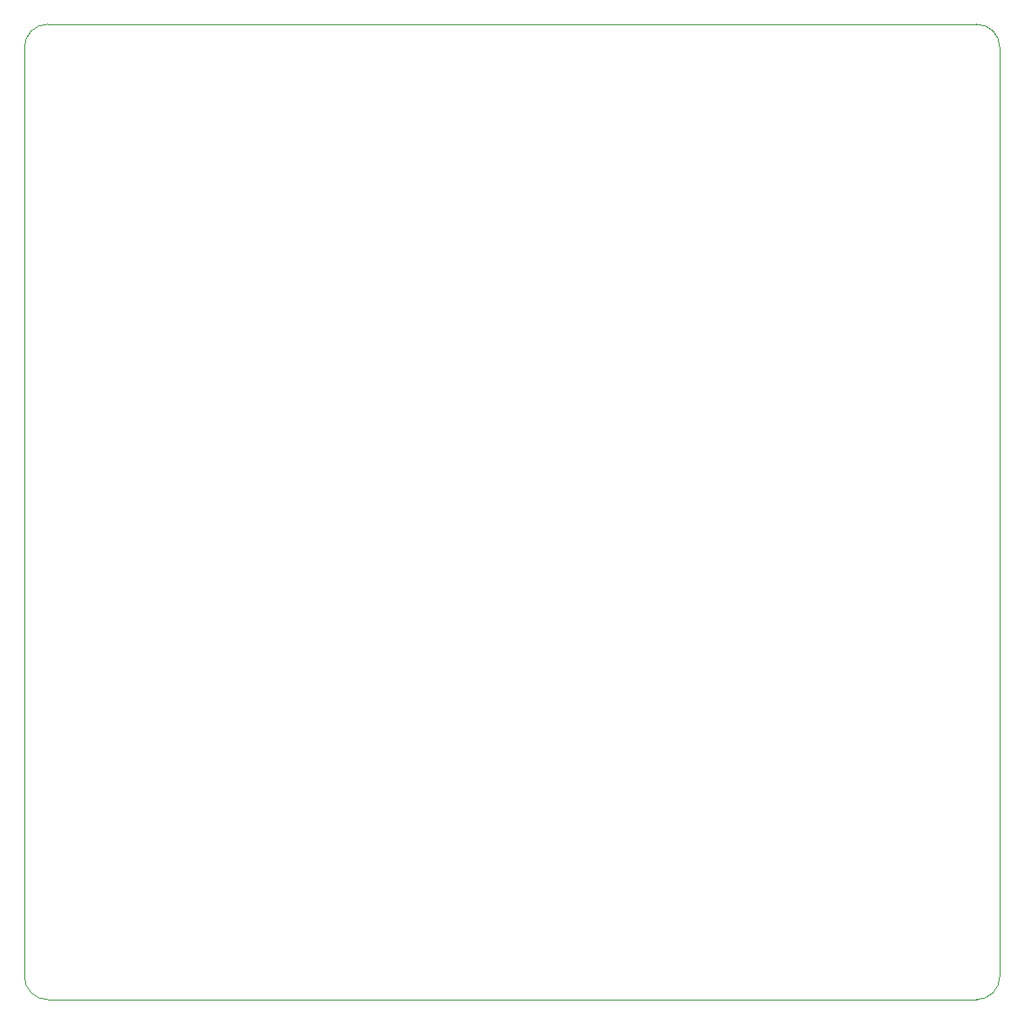
<source format=gbr>
%TF.GenerationSoftware,KiCad,Pcbnew,8.0.2*%
%TF.CreationDate,2024-05-14T20:48:52+07:00*%
%TF.ProjectId,HW.ACIM-INV,48572e41-4349-44d2-9d49-4e562e6b6963,0.0*%
%TF.SameCoordinates,Original*%
%TF.FileFunction,Profile,NP*%
%FSLAX46Y46*%
G04 Gerber Fmt 4.6, Leading zero omitted, Abs format (unit mm)*
G04 Created by KiCad (PCBNEW 8.0.2) date 2024-05-14 20:48:52*
%MOMM*%
%LPD*%
G01*
G04 APERTURE LIST*
%TA.AperFunction,Profile*%
%ADD10C,0.010000*%
%TD*%
G04 APERTURE END LIST*
D10*
X190500000Y-37750000D02*
X100000100Y-37750000D01*
X192750000Y-130500000D02*
X192750000Y-40000000D01*
X100000100Y-132750000D02*
G75*
G02*
X97750100Y-130500000I0J2250000D01*
G01*
X192750000Y-130500000D02*
G75*
G02*
X190500000Y-132750000I-2250000J0D01*
G01*
X97750000Y-40000000D02*
X97750000Y-130500000D01*
X100000100Y-132750000D02*
X190500000Y-132750000D01*
X97750000Y-40000000D02*
G75*
G02*
X100000000Y-37750000I2250000J0D01*
G01*
X190500000Y-37750000D02*
G75*
G02*
X192750000Y-40000000I0J-2250000D01*
G01*
M02*

</source>
